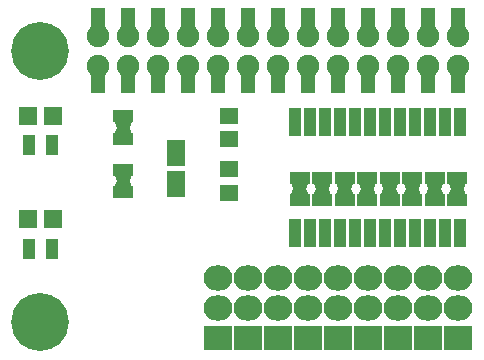
<source format=gts>
G04 #@! TF.FileFunction,Soldermask,Top*
%FSLAX46Y46*%
G04 Gerber Fmt 4.6, Leading zero omitted, Abs format (unit mm)*
G04 Created by KiCad (PCBNEW 4.0.0-stable) date Tuesday, March 22, 2016 'PMt' 06:17:10 PM*
%MOMM*%
G01*
G04 APERTURE LIST*
%ADD10C,0.100000*%
%ADD11R,1.650000X1.400000*%
%ADD12R,1.630000X2.200000*%
%ADD13C,4.900000*%
%ADD14R,1.289000X2.080000*%
%ADD15C,1.900000*%
%ADD16R,2.432000X2.127200*%
%ADD17O,2.432000X2.127200*%
%ADD18R,1.000000X2.400000*%
%ADD19R,1.598880X1.598880*%
%ADD20R,1.100000X1.700000*%
%ADD21R,1.700000X1.100000*%
G04 APERTURE END LIST*
D10*
D11*
X19500000Y19000000D03*
X19500000Y21000000D03*
D12*
X15000000Y15190000D03*
X15000000Y17810000D03*
D11*
X19500000Y16500000D03*
X19500000Y14500000D03*
D13*
X3500000Y26500000D03*
X3500000Y3500000D03*
D14*
X8370000Y23920000D03*
X8370000Y29080000D03*
X10910000Y23920000D03*
X10910000Y29080000D03*
X13450000Y23920000D03*
X13450000Y29080000D03*
X15990000Y23920000D03*
X15990000Y29080000D03*
X18530000Y23920000D03*
X18530000Y29080000D03*
X21070000Y23920000D03*
X21070000Y29080000D03*
X23610000Y23920000D03*
X23610000Y29080000D03*
X26150000Y23920000D03*
X26150000Y29080000D03*
X28690000Y23920000D03*
X28690000Y29080000D03*
X31230000Y23920000D03*
X31230000Y29080000D03*
X33770000Y23920000D03*
X33770000Y29080000D03*
X36310000Y23920000D03*
X36310000Y29080000D03*
X38850000Y23920000D03*
X38850000Y29080000D03*
D15*
X8370000Y25230000D03*
X8370000Y27770000D03*
X10910000Y25230000D03*
X13450000Y25230000D03*
X15990000Y25230000D03*
X18530000Y25230000D03*
X21070000Y25230000D03*
X23610000Y25230000D03*
X26150000Y25230000D03*
X28690000Y25230000D03*
X31230000Y25230000D03*
X33770000Y25230000D03*
X36310000Y25230000D03*
X38850000Y25230000D03*
X10910000Y27770000D03*
X13450000Y27770000D03*
X15990000Y27770000D03*
X18530000Y27770000D03*
X21070000Y27770000D03*
X23610000Y27770000D03*
X26150000Y27770000D03*
X28690000Y27770000D03*
X31230000Y27770000D03*
X33770000Y27770000D03*
X36310000Y27770000D03*
X38850000Y27770000D03*
D16*
X18530000Y2200000D03*
D17*
X18530000Y4740000D03*
X18530000Y7280000D03*
D16*
X21070000Y2200000D03*
D17*
X21070000Y4740000D03*
X21070000Y7280000D03*
D16*
X23610000Y2200000D03*
D17*
X23610000Y4740000D03*
X23610000Y7280000D03*
D16*
X26150000Y2200000D03*
D17*
X26150000Y4740000D03*
X26150000Y7280000D03*
D16*
X28690000Y2200000D03*
D17*
X28690000Y4740000D03*
X28690000Y7280000D03*
D16*
X31230000Y2200000D03*
D17*
X31230000Y4740000D03*
X31230000Y7280000D03*
D16*
X33770000Y2200000D03*
D17*
X33770000Y4740000D03*
X33770000Y7280000D03*
D16*
X36310000Y2200000D03*
D17*
X36310000Y4740000D03*
X36310000Y7280000D03*
D16*
X38850000Y2200000D03*
D17*
X38850000Y4740000D03*
X38850000Y7280000D03*
D18*
X25085000Y11110000D03*
X26355000Y11110000D03*
X27625000Y11110000D03*
X28895000Y11110000D03*
X30165000Y11110000D03*
X31435000Y11110000D03*
X32705000Y11110000D03*
X33975000Y11110000D03*
X35245000Y11110000D03*
X36515000Y11110000D03*
X37785000Y11110000D03*
X39055000Y11110000D03*
X39055000Y20510000D03*
X37785000Y20510000D03*
X36515000Y20510000D03*
X35245000Y20510000D03*
X33975000Y20510000D03*
X32705000Y20510000D03*
X31435000Y20510000D03*
X30165000Y20510000D03*
X28895000Y20510000D03*
X27625000Y20510000D03*
X26355000Y20510000D03*
X25085000Y20510000D03*
D19*
X4549020Y21000000D03*
X2450980Y21000000D03*
X4549020Y12250000D03*
X2450980Y12250000D03*
D20*
X2550000Y18500000D03*
X4450000Y18500000D03*
X2550000Y9750000D03*
X4450000Y9750000D03*
D21*
X10500000Y19050000D03*
X10500000Y20950000D03*
D10*
G36*
X11350000Y19200000D02*
X9650000Y19200000D01*
X9950000Y20000000D01*
X11050000Y20000000D01*
X11350000Y19200000D01*
X11350000Y19200000D01*
G37*
G36*
X11050000Y20000000D02*
X9950000Y20000000D01*
X9650000Y20800000D01*
X11350000Y20800000D01*
X11050000Y20000000D01*
X11050000Y20000000D01*
G37*
D21*
X10500000Y16450000D03*
X10500000Y14550000D03*
D10*
G36*
X9650000Y16300000D02*
X11350000Y16300000D01*
X11050000Y15500000D01*
X9950000Y15500000D01*
X9650000Y16300000D01*
X9650000Y16300000D01*
G37*
G36*
X9950000Y15500000D02*
X11050000Y15500000D01*
X11350000Y14700000D01*
X9650000Y14700000D01*
X9950000Y15500000D01*
X9950000Y15500000D01*
G37*
D21*
X25470000Y15760000D03*
X25470000Y13860000D03*
D10*
G36*
X24620000Y15610000D02*
X26320000Y15610000D01*
X26020000Y14810000D01*
X24920000Y14810000D01*
X24620000Y15610000D01*
X24620000Y15610000D01*
G37*
G36*
X24920000Y14810000D02*
X26020000Y14810000D01*
X26320000Y14010000D01*
X24620000Y14010000D01*
X24920000Y14810000D01*
X24920000Y14810000D01*
G37*
D21*
X27375000Y15760000D03*
X27375000Y13860000D03*
D10*
G36*
X26525000Y15610000D02*
X28225000Y15610000D01*
X27925000Y14810000D01*
X26825000Y14810000D01*
X26525000Y15610000D01*
X26525000Y15610000D01*
G37*
G36*
X26825000Y14810000D02*
X27925000Y14810000D01*
X28225000Y14010000D01*
X26525000Y14010000D01*
X26825000Y14810000D01*
X26825000Y14810000D01*
G37*
D21*
X29280000Y15760000D03*
X29280000Y13860000D03*
D10*
G36*
X28430000Y15610000D02*
X30130000Y15610000D01*
X29830000Y14810000D01*
X28730000Y14810000D01*
X28430000Y15610000D01*
X28430000Y15610000D01*
G37*
G36*
X28730000Y14810000D02*
X29830000Y14810000D01*
X30130000Y14010000D01*
X28430000Y14010000D01*
X28730000Y14810000D01*
X28730000Y14810000D01*
G37*
D21*
X31185000Y15760000D03*
X31185000Y13860000D03*
D10*
G36*
X30335000Y15610000D02*
X32035000Y15610000D01*
X31735000Y14810000D01*
X30635000Y14810000D01*
X30335000Y15610000D01*
X30335000Y15610000D01*
G37*
G36*
X30635000Y14810000D02*
X31735000Y14810000D01*
X32035000Y14010000D01*
X30335000Y14010000D01*
X30635000Y14810000D01*
X30635000Y14810000D01*
G37*
D21*
X33090000Y15760000D03*
X33090000Y13860000D03*
D10*
G36*
X32240000Y15610000D02*
X33940000Y15610000D01*
X33640000Y14810000D01*
X32540000Y14810000D01*
X32240000Y15610000D01*
X32240000Y15610000D01*
G37*
G36*
X32540000Y14810000D02*
X33640000Y14810000D01*
X33940000Y14010000D01*
X32240000Y14010000D01*
X32540000Y14810000D01*
X32540000Y14810000D01*
G37*
D21*
X34995000Y15760000D03*
X34995000Y13860000D03*
D10*
G36*
X34145000Y15610000D02*
X35845000Y15610000D01*
X35545000Y14810000D01*
X34445000Y14810000D01*
X34145000Y15610000D01*
X34145000Y15610000D01*
G37*
G36*
X34445000Y14810000D02*
X35545000Y14810000D01*
X35845000Y14010000D01*
X34145000Y14010000D01*
X34445000Y14810000D01*
X34445000Y14810000D01*
G37*
D21*
X36900000Y15760000D03*
X36900000Y13860000D03*
D10*
G36*
X36050000Y15610000D02*
X37750000Y15610000D01*
X37450000Y14810000D01*
X36350000Y14810000D01*
X36050000Y15610000D01*
X36050000Y15610000D01*
G37*
G36*
X36350000Y14810000D02*
X37450000Y14810000D01*
X37750000Y14010000D01*
X36050000Y14010000D01*
X36350000Y14810000D01*
X36350000Y14810000D01*
G37*
D21*
X38805000Y15760000D03*
X38805000Y13860000D03*
D10*
G36*
X37955000Y15610000D02*
X39655000Y15610000D01*
X39355000Y14810000D01*
X38255000Y14810000D01*
X37955000Y15610000D01*
X37955000Y15610000D01*
G37*
G36*
X38255000Y14810000D02*
X39355000Y14810000D01*
X39655000Y14010000D01*
X37955000Y14010000D01*
X38255000Y14810000D01*
X38255000Y14810000D01*
G37*
M02*

</source>
